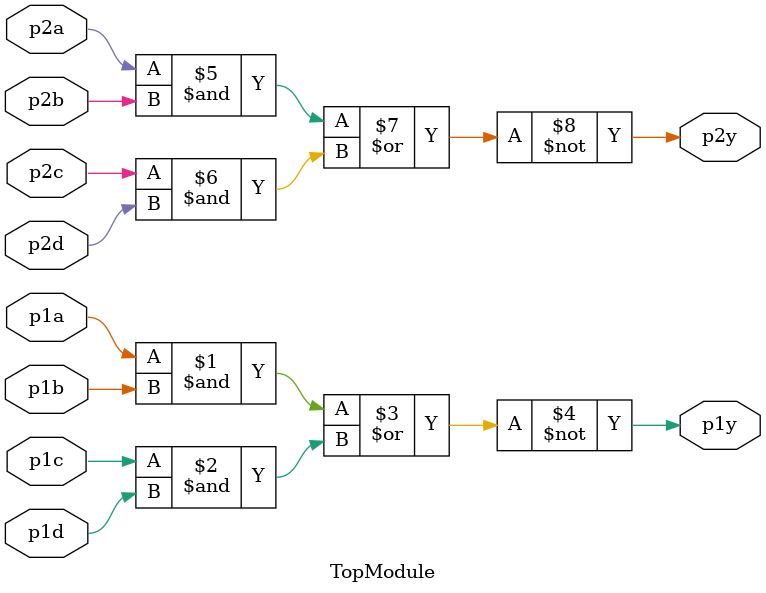
<source format=sv>


module TopModule (
  input p1a,
  input p1b,
  input p1c,
  input p1d,
  output p1y,
  input p2a,
  input p2b,
  input p2c,
  input p2d,
  output p2y
);

// 7420-series NAND gate implementation
assign p1y = ~((p1a & p1b) | (p1c & p1d));
assign p2y = ~((p2a & p2b) | (p2c & p2d));
endmodule

</source>
